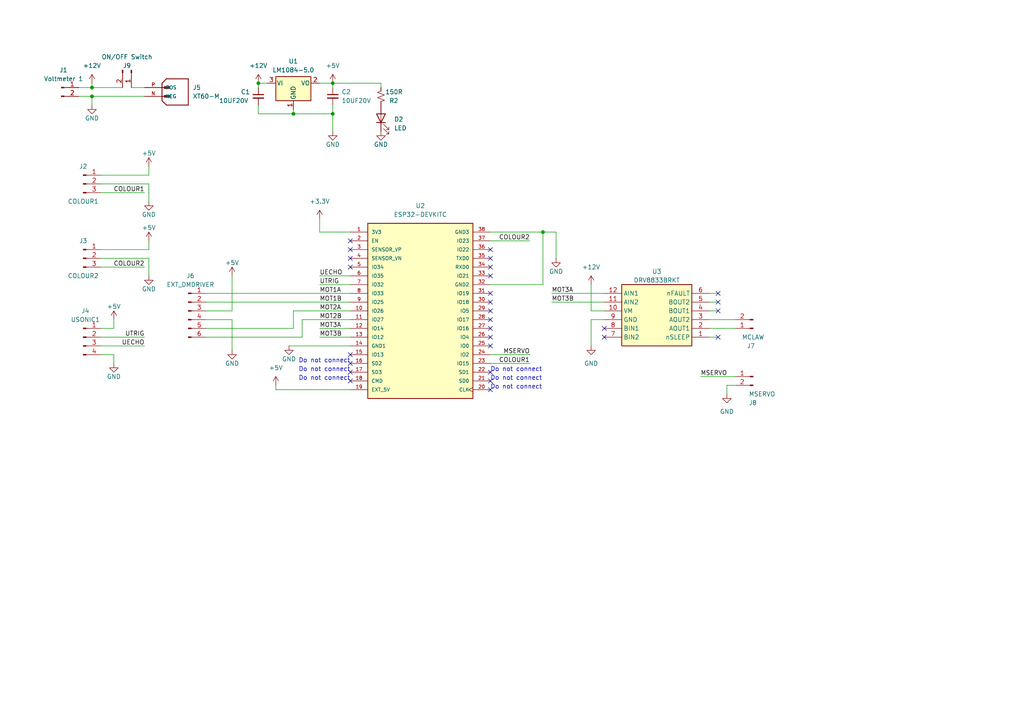
<source format=kicad_sch>
(kicad_sch (version 20211123) (generator eeschema)
  (paper "A4")
  (lib_symbols
    (symbol "Connector:Conn_01x02_Male" (pin_names (offset 1.016) hide)
      (property "Reference" "J" (at 0 2.54 0))
      (property "Value" "Conn_01x02_Male" (at 0 -5.08 0))
      (symbol "Conn_01x02_Male_1_1"
        (polyline (pts (xy 1.27 -2.54) (xy 0.8636 -2.54)) (stroke (width 0.1524)))
        (polyline (pts (xy 1.27 0) (xy 0.8636 0)) (stroke (width 0.1524)))
        (rectangle (start 0.8636 -2.413) (end 0 -2.667) (stroke (width 0.1524)) (fill (type outline)))
        (rectangle (start 0.8636 0.127) (end 0 -0.127) (stroke (width 0.1524)) (fill (type outline)))
        (pin passive line (at 5.08 0 180) (length 3.81) (name "Pin_1") (number "1"))
        (pin passive line (at 5.08 -2.54 180) (length 3.81) (name "Pin_2") (number "2"))
      )
    )
    (symbol "Connector:Conn_01x03_Male" (pin_names (offset 1.016) hide)
      (property "Reference" "J" (at 0 5.08 0))
      (property "Value" "Conn_01x03_Male" (at 0 -5.08 0))
      (symbol "Conn_01x03_Male_1_1"
        (polyline (pts (xy 1.27 -2.54) (xy 0.8636 -2.54)) (stroke (width 0.1524)))
        (polyline (pts (xy 1.27 0) (xy 0.8636 0)) (stroke (width 0.1524)))
        (polyline (pts (xy 1.27 2.54) (xy 0.8636 2.54)) (stroke (width 0.1524)))
        (rectangle (start 0.8636 -2.413) (end 0 -2.667) (stroke (width 0.1524)) (fill (type outline)))
        (rectangle (start 0.8636 0.127) (end 0 -0.127) (stroke (width 0.1524)) (fill (type outline)))
        (rectangle (start 0.8636 2.667) (end 0 2.413) (stroke (width 0.1524)) (fill (type outline)))
        (pin passive line (at 5.08 2.54 180) (length 3.81) (name "Pin_1") (number "1"))
        (pin passive line (at 5.08 0 180) (length 3.81) (name "Pin_2") (number "2"))
        (pin passive line (at 5.08 -2.54 180) (length 3.81) (name "Pin_3") (number "3"))
      )
    )
    (symbol "Connector:Conn_01x04_Male" (pin_names (offset 1.016) hide)
      (property "Reference" "J" (at 0 5.08 0))
      (property "Value" "Conn_01x04_Male" (at 0 -7.62 0))
      (symbol "Conn_01x04_Male_1_1"
        (polyline (pts (xy 1.27 -5.08) (xy 0.8636 -5.08)) (stroke (width 0.1524)))
        (polyline (pts (xy 1.27 -2.54) (xy 0.8636 -2.54)) (stroke (width 0.1524)))
        (polyline (pts (xy 1.27 0) (xy 0.8636 0)) (stroke (width 0.1524)))
        (polyline (pts (xy 1.27 2.54) (xy 0.8636 2.54)) (stroke (width 0.1524)))
        (rectangle (start 0.8636 -4.953) (end 0 -5.207) (stroke (width 0.1524)) (fill (type outline)))
        (rectangle (start 0.8636 -2.413) (end 0 -2.667) (stroke (width 0.1524)) (fill (type outline)))
        (rectangle (start 0.8636 0.127) (end 0 -0.127) (stroke (width 0.1524)) (fill (type outline)))
        (rectangle (start 0.8636 2.667) (end 0 2.413) (stroke (width 0.1524)) (fill (type outline)))
        (pin passive line (at 5.08 2.54 180) (length 3.81) (name "Pin_1") (number "1"))
        (pin passive line (at 5.08 0 180) (length 3.81) (name "Pin_2") (number "2"))
        (pin passive line (at 5.08 -2.54 180) (length 3.81) (name "Pin_3") (number "3"))
        (pin passive line (at 5.08 -5.08 180) (length 3.81) (name "Pin_4") (number "4"))
      )
    )
    (symbol "Connector:Conn_01x06_Male" (pin_names (offset 1.016) hide)
      (property "Reference" "J" (at 0 7.62 0))
      (property "Value" "Conn_01x06_Male" (at 0 -10.16 0))
      (symbol "Conn_01x06_Male_1_1"
        (polyline (pts (xy 1.27 -7.62) (xy 0.8636 -7.62)) (stroke (width 0.1524)))
        (polyline (pts (xy 1.27 -5.08) (xy 0.8636 -5.08)) (stroke (width 0.1524)))
        (polyline (pts (xy 1.27 -2.54) (xy 0.8636 -2.54)) (stroke (width 0.1524)))
        (polyline (pts (xy 1.27 0) (xy 0.8636 0)) (stroke (width 0.1524)))
        (polyline (pts (xy 1.27 2.54) (xy 0.8636 2.54)) (stroke (width 0.1524)))
        (polyline (pts (xy 1.27 5.08) (xy 0.8636 5.08)) (stroke (width 0.1524)))
        (rectangle (start 0.8636 -7.493) (end 0 -7.747) (stroke (width 0.1524)) (fill (type outline)))
        (rectangle (start 0.8636 -4.953) (end 0 -5.207) (stroke (width 0.1524)) (fill (type outline)))
        (rectangle (start 0.8636 -2.413) (end 0 -2.667) (stroke (width 0.1524)) (fill (type outline)))
        (rectangle (start 0.8636 0.127) (end 0 -0.127) (stroke (width 0.1524)) (fill (type outline)))
        (rectangle (start 0.8636 2.667) (end 0 2.413) (stroke (width 0.1524)) (fill (type outline)))
        (rectangle (start 0.8636 5.207) (end 0 4.953) (stroke (width 0.1524)) (fill (type outline)))
        (pin passive line (at 5.08 5.08 180) (length 3.81) (name "Pin_1") (number "1"))
        (pin passive line (at 5.08 2.54 180) (length 3.81) (name "Pin_2") (number "2"))
        (pin passive line (at 5.08 0 180) (length 3.81) (name "Pin_3") (number "3"))
        (pin passive line (at 5.08 -2.54 180) (length 3.81) (name "Pin_4") (number "4"))
        (pin passive line (at 5.08 -5.08 180) (length 3.81) (name "Pin_5") (number "5"))
        (pin passive line (at 5.08 -7.62 180) (length 3.81) (name "Pin_6") (number "6"))
      )
    )
    (symbol "DRV8833BRKT:DRV8833BRKT"
      (property "Reference" "U" (at 0 12.7 0))
      (property "Value" "DRV8833BRKT" (at 0 10.16 0))
      (symbol "DRV8833BRKT_0_1"
        (rectangle (start -10.16 8.89) (end 10.16 -8.89) (stroke (width 0.254)) (fill (type background)))
      )
      (symbol "DRV8833BRKT_1_1"
        (pin input line (at -15.24 6.35 0) (length 5.08) (name "nSLEEP") (number "1"))
        (pin power_in line (at 15.24 -1.27 180) (length 5.08) (name "VM") (number "10"))
        (pin input line (at 15.24 -3.81 180) (length 5.08) (name "AIN2") (number "11"))
        (pin input line (at 15.24 -6.35 180) (length 5.08) (name "AIN1") (number "12"))
        (pin power_out line (at -15.24 3.81 0) (length 5.08) (name "AOUT1") (number "2"))
        (pin power_out line (at -15.24 1.27 0) (length 5.08) (name "AOUT2") (number "3"))
        (pin power_out line (at -15.24 -1.27 0) (length 5.08) (name "BOUT1") (number "4"))
        (pin power_out line (at -15.24 -3.81 0) (length 5.08) (name "BOUT2") (number "5"))
        (pin open_collector line (at -15.24 -6.35 0) (length 5.08) (name "nFAULT") (number "6"))
        (pin input line (at 15.24 6.35 180) (length 5.08) (name "BIN2") (number "7"))
        (pin input line (at 15.24 3.81 180) (length 5.08) (name "BIN1") (number "8"))
        (pin power_in line (at 15.24 1.27 180) (length 5.08) (name "GND") (number "9"))
      )
    )
    (symbol "Device:C_Small" (pin_numbers hide) (pin_names (offset 0.254) hide)
      (property "Reference" "C" (at 0.254 1.778 0))
      (property "Value" "C_Small" (at 0.254 -2.032 0))
      (symbol "C_Small_0_1"
        (polyline (pts (xy -1.524 -0.508) (xy 1.524 -0.508)) (stroke (width 0.3302)))
        (polyline (pts (xy -1.524 0.508) (xy 1.524 0.508)) (stroke (width 0.3048)))
      )
      (symbol "C_Small_1_1"
        (pin passive line (at 0 2.54 270) (length 2.032) (name "~") (number "1"))
        (pin passive line (at 0 -2.54 90) (length 2.032) (name "~") (number "2"))
      )
    )
    (symbol "Device:LED" (pin_numbers hide) (pin_names (offset 1.016) hide)
      (property "Reference" "D" (at 0 2.54 0))
      (property "Value" "LED" (at 0 -2.54 0))
      (symbol "LED_0_1"
        (polyline (pts (xy -1.27 -1.27) (xy -1.27 1.27)) (stroke (width 0.254)))
        (polyline (pts (xy -1.27 0) (xy 1.27 0)))
        (polyline (pts (xy 1.27 -1.27) (xy 1.27 1.27) (xy -1.27 0) (xy 1.27 -1.27)) (stroke (width 0.254)))
        (polyline (pts (xy -3.048 -0.762) (xy -4.572 -2.286) (xy -3.81 -2.286) (xy -4.572 -2.286) (xy -4.572 -1.524)))
        (polyline (pts (xy -1.778 -0.762) (xy -3.302 -2.286) (xy -2.54 -2.286) (xy -3.302 -2.286) (xy -3.302 -1.524)))
      )
      (symbol "LED_1_1"
        (pin passive line (at -3.81 0 0) (length 2.54) (name "K") (number "1"))
        (pin passive line (at 3.81 0 180) (length 2.54) (name "A") (number "2"))
      )
    )
    (symbol "Device:R_Small_US" (pin_numbers hide) (pin_names (offset 0.254) hide)
      (property "Reference" "R" (at 0.762 0.508 0))
      (property "Value" "R_Small_US" (at 0.762 -1.016 0))
      (symbol "R_Small_US_1_1"
        (polyline (pts (xy 0 0) (xy 1.016 -0.381) (xy 0 -0.762) (xy -1.016 -1.143) (xy 0 -1.524)))
        (polyline (pts (xy 0 1.524) (xy 1.016 1.143) (xy 0 0.762) (xy -1.016 0.381) (xy 0 0)))
        (pin passive line (at 0 2.54 270) (length 1.016) (name "~") (number "1"))
        (pin passive line (at 0 -2.54 90) (length 1.016) (name "~") (number "2"))
      )
    )
    (symbol "ESP32-DEVKITC:ESP32-DEVKITC" (pin_names (offset 1.016))
      (property "Reference" "U" (at -15.2572 26.0643 0))
      (property "Value" "ESP32-DEVKITC" (at -15.2563 -27.9698 0))
      (symbol "ESP32-DEVKITC_0_0"
        (rectangle (start -15.24 -25.4) (end 15.24 25.4) (stroke (width 0.254)) (fill (type background)))
        (pin power_in line (at -20.32 22.86 0) (length 5.08) (name "3V3") (number "1"))
        (pin bidirectional line (at -20.32 0 0) (length 5.08) (name "IO26") (number "10"))
        (pin bidirectional line (at -20.32 -2.54 0) (length 5.08) (name "IO27") (number "11"))
        (pin bidirectional line (at -20.32 -5.08 0) (length 5.08) (name "IO14") (number "12"))
        (pin bidirectional line (at -20.32 -7.62 0) (length 5.08) (name "IO12") (number "13"))
        (pin power_in line (at -20.32 -10.16 0) (length 5.08) (name "GND1") (number "14"))
        (pin bidirectional line (at -20.32 -12.7 0) (length 5.08) (name "IO13") (number "15"))
        (pin bidirectional line (at -20.32 -15.24 0) (length 5.08) (name "SD2") (number "16"))
        (pin bidirectional line (at -20.32 -17.78 0) (length 5.08) (name "SD3") (number "17"))
        (pin bidirectional line (at -20.32 -20.32 0) (length 5.08) (name "CMD") (number "18"))
        (pin power_in line (at -20.32 -22.86 0) (length 5.08) (name "EXT_5V") (number "19"))
        (pin input line (at -20.32 20.32 0) (length 5.08) (name "EN") (number "2"))
        (pin input clock (at 20.32 -22.86 180) (length 5.08) (name "CLK") (number "20"))
        (pin bidirectional line (at 20.32 -20.32 180) (length 5.08) (name "SD0") (number "21"))
        (pin bidirectional line (at 20.32 -17.78 180) (length 5.08) (name "SD1") (number "22"))
        (pin bidirectional line (at 20.32 -15.24 180) (length 5.08) (name "IO15") (number "23"))
        (pin bidirectional line (at 20.32 -12.7 180) (length 5.08) (name "IO2") (number "24"))
        (pin bidirectional line (at 20.32 -10.16 180) (length 5.08) (name "IO0") (number "25"))
        (pin bidirectional line (at 20.32 -7.62 180) (length 5.08) (name "IO4") (number "26"))
        (pin bidirectional line (at 20.32 -5.08 180) (length 5.08) (name "IO16") (number "27"))
        (pin bidirectional line (at 20.32 -2.54 180) (length 5.08) (name "IO17") (number "28"))
        (pin bidirectional line (at 20.32 0 180) (length 5.08) (name "IO5") (number "29"))
        (pin input line (at -20.32 17.78 0) (length 5.08) (name "SENSOR_VP") (number "3"))
        (pin bidirectional line (at 20.32 2.54 180) (length 5.08) (name "IO18") (number "30"))
        (pin bidirectional line (at 20.32 5.08 180) (length 5.08) (name "IO19") (number "31"))
        (pin power_in line (at 20.32 7.62 180) (length 5.08) (name "GND2") (number "32"))
        (pin bidirectional line (at 20.32 10.16 180) (length 5.08) (name "IO21") (number "33"))
        (pin input line (at 20.32 12.7 180) (length 5.08) (name "RXD0") (number "34"))
        (pin output line (at 20.32 15.24 180) (length 5.08) (name "TXD0") (number "35"))
        (pin bidirectional line (at 20.32 17.78 180) (length 5.08) (name "IO22") (number "36"))
        (pin bidirectional line (at 20.32 20.32 180) (length 5.08) (name "IO23") (number "37"))
        (pin power_in line (at 20.32 22.86 180) (length 5.08) (name "GND3") (number "38"))
        (pin input line (at -20.32 15.24 0) (length 5.08) (name "SENSOR_VN") (number "4"))
        (pin bidirectional line (at -20.32 12.7 0) (length 5.08) (name "IO34") (number "5"))
        (pin bidirectional line (at -20.32 10.16 0) (length 5.08) (name "IO35") (number "6"))
        (pin bidirectional line (at -20.32 7.62 0) (length 5.08) (name "IO32") (number "7"))
        (pin bidirectional line (at -20.32 5.08 0) (length 5.08) (name "IO33") (number "8"))
        (pin bidirectional line (at -20.32 2.54 0) (length 5.08) (name "IO25") (number "9"))
      )
    )
    (symbol "Regulator_Linear:LM1084-5.0" (pin_names (offset 0.254))
      (property "Reference" "U" (at -3.81 3.175 0))
      (property "Value" "LM1084-5.0" (at 0 3.175 0))
      (symbol "LM1084-5.0_0_1"
        (rectangle (start -5.08 1.905) (end 5.08 -5.08) (stroke (width 0.254)) (fill (type background)))
      )
      (symbol "LM1084-5.0_1_1"
        (pin power_in line (at 0 -7.62 90) (length 2.54) (name "GND") (number "1"))
        (pin power_out line (at 7.62 0 180) (length 2.54) (name "VO") (number "2"))
        (pin power_in line (at -7.62 0 0) (length 2.54) (name "VI") (number "3"))
      )
    )
    (symbol "XT60-M:XT60-M" (pin_names (offset 1.016))
      (property "Reference" "J" (at 0 6.35 0))
      (property "Value" "XT60-M" (at 0 -5.08 0))
      (symbol "XT60-M_0_0"
        (polyline (pts (xy 0 -1.27) (xy 1.27 -2.54)) (stroke (width 0.254)))
        (polyline (pts (xy 0 0) (xy 1.905 0)) (stroke (width 0.254)))
        (polyline (pts (xy 0 2.54) (xy 0 -1.27)) (stroke (width 0.254)))
        (polyline (pts (xy 0 2.54) (xy 1.905 2.54)) (stroke (width 0.254)))
        (polyline (pts (xy 0 3.81) (xy 0 2.54)) (stroke (width 0.254)))
        (polyline (pts (xy 0 3.81) (xy 1.27 5.08)) (stroke (width 0.254)))
        (polyline (pts (xy 1.27 -2.54) (xy 7.62 -2.54)) (stroke (width 0.254)))
        (polyline (pts (xy 7.62 -2.54) (xy 7.62 5.08)) (stroke (width 0.254)))
        (polyline (pts (xy 7.62 5.08) (xy 1.27 5.08)) (stroke (width 0.254)))
        (rectangle (start 0.635 -0.3175) (end 2.2225 0.3175) (stroke (width 0.1)) (fill (type outline)))
        (rectangle (start 0.635 2.2225) (end 2.2225 2.8575) (stroke (width 0.1)) (fill (type outline)))
        (pin passive line (at -5.08 0 0) (length 5.08) (name "NEG") (number "N"))
        (pin passive line (at -5.08 2.54 0) (length 5.08) (name "POS") (number "P"))
      )
    )
    (symbol "power:+12V" (power) (pin_names (offset 0))
      (property "Value" "+12V" (at 0 3.556 0))
      (symbol "+12V_0_1"
        (polyline (pts (xy -0.762 1.27) (xy 0 2.54)))
        (polyline (pts (xy 0 0) (xy 0 2.54)))
        (polyline (pts (xy 0 2.54) (xy 0.762 1.27)))
      )
      (symbol "+12V_1_1"
        (pin power_in line (at 0 0 90) (length 0) hide (name "+12V") (number "1"))
      )
    )
    (symbol "power:+3.3V" (power) (pin_names (offset 0))
      (property "Value" "+3.3V" (at 0 3.556 0))
      (symbol "+3.3V_0_1"
        (polyline (pts (xy -0.762 1.27) (xy 0 2.54)))
        (polyline (pts (xy 0 0) (xy 0 2.54)))
        (polyline (pts (xy 0 2.54) (xy 0.762 1.27)))
      )
      (symbol "+3.3V_1_1"
        (pin power_in line (at 0 0 90) (length 0) hide (name "+3.3V") (number "1"))
      )
    )
    (symbol "power:+5V" (power) (pin_names (offset 0))
      (property "Value" "+5V" (at 0 3.556 0))
      (symbol "+5V_0_1"
        (polyline (pts (xy -0.762 1.27) (xy 0 2.54)))
        (polyline (pts (xy 0 0) (xy 0 2.54)))
        (polyline (pts (xy 0 2.54) (xy 0.762 1.27)))
      )
      (symbol "+5V_1_1"
        (pin power_in line (at 0 0 90) (length 0) hide (name "+5V") (number "1"))
      )
    )
    (symbol "power:GND" (power) (pin_names (offset 0))
      (property "Value" "GND" (at 0 -3.81 0))
      (symbol "GND_0_1"
        (polyline (pts (xy 0 0) (xy 0 -1.27) (xy 1.27 -1.27) (xy 0 -2.54) (xy -1.27 -1.27) (xy 0 -1.27)))
      )
      (symbol "GND_1_1"
        (pin power_in line (at 0 0 270) (length 0) hide (name "GND") (number "1"))
      )
    )
  )
  (junction (at 157.48 67.31))
  (junction (at 85.09 33.02))
  (junction (at 26.67 25.4))
  (junction (at 74.93 24.13))
  (junction (at 96.52 33.02))
  (junction (at 96.52 24.13))
  (junction (at 26.67 27.94))
  (no_connect (at 142.24 85.09))
  (no_connect (at 101.6 69.85))
  (no_connect (at 142.24 92.71))
  (no_connect (at 142.24 100.33))
  (no_connect (at 101.6 74.93))
  (no_connect (at 142.24 72.39))
  (no_connect (at 208.28 87.63))
  (no_connect (at 142.24 110.49))
  (no_connect (at 101.6 72.39))
  (no_connect (at 101.6 105.41))
  (no_connect (at 142.24 87.63))
  (no_connect (at 142.24 107.95))
  (no_connect (at 208.28 97.79))
  (no_connect (at 142.24 95.25))
  (no_connect (at 142.24 97.79))
  (no_connect (at 208.28 85.09))
  (no_connect (at 101.6 77.47))
  (no_connect (at 208.28 90.17))
  (no_connect (at 175.26 95.25))
  (no_connect (at 101.6 107.95))
  (no_connect (at 101.6 102.87))
  (no_connect (at 142.24 113.03))
  (no_connect (at 142.24 77.47))
  (no_connect (at 175.26 97.79))
  (no_connect (at 101.6 110.49))
  (no_connect (at 142.24 74.93))
  (no_connect (at 142.24 80.01))
  (no_connect (at 142.24 90.17))
  (wire (pts (xy 85.09 90.17) (xy 85.09 95.25)))
  (wire (pts (xy 43.18 48.26) (xy 43.18 50.8)))
  (wire (pts (xy 208.28 87.63) (xy 205.74 87.63)))
  (wire (pts (xy 208.28 90.17) (xy 205.74 90.17)))
  (wire (pts (xy 26.67 25.4) (xy 26.67 24.13)))
  (wire (pts (xy 92.71 82.55) (xy 101.6 82.55)))
  (wire (pts (xy 33.02 92.71) (xy 33.02 95.25)))
  (wire (pts (xy 92.71 95.25) (xy 101.6 95.25)))
  (wire (pts (xy 157.48 67.31) (xy 161.29 67.31)))
  (wire (pts (xy 96.52 24.13) (xy 110.49 24.13)))
  (wire (pts (xy 87.63 92.71) (xy 101.6 92.71)))
  (wire (pts (xy 203.2 109.22) (xy 213.36 109.22)))
  (wire (pts (xy 160.02 87.63) (xy 175.26 87.63)))
  (wire (pts (xy 171.45 92.71) (xy 171.45 100.33)))
  (wire (pts (xy 29.21 97.79) (xy 41.91 97.79)))
  (wire (pts (xy 67.31 80.01) (xy 67.31 90.17)))
  (wire (pts (xy 80.01 113.03) (xy 101.6 113.03)))
  (wire (pts (xy 83.82 100.33) (xy 101.6 100.33)))
  (wire (pts (xy 85.09 33.02) (xy 85.09 31.75)))
  (wire (pts (xy 26.67 27.94) (xy 41.91 27.94)))
  (wire (pts (xy 213.36 95.25) (xy 205.74 95.25)))
  (wire (pts (xy 96.52 25.4) (xy 96.52 24.13)))
  (wire (pts (xy 85.09 90.17) (xy 101.6 90.17)))
  (wire (pts (xy 29.21 50.8) (xy 43.18 50.8)))
  (wire (pts (xy 41.91 77.47) (xy 29.21 77.47)))
  (wire (pts (xy 157.48 82.55) (xy 157.48 67.31)))
  (wire (pts (xy 38.1 25.4) (xy 41.91 25.4)))
  (wire (pts (xy 92.71 63.5) (xy 92.71 67.31)))
  (wire (pts (xy 213.36 92.71) (xy 205.74 92.71)))
  (wire (pts (xy 92.71 80.01) (xy 101.6 80.01)))
  (wire (pts (xy 142.24 105.41) (xy 153.67 105.41)))
  (wire (pts (xy 96.52 30.48) (xy 96.52 33.02)))
  (wire (pts (xy 213.36 111.76) (xy 210.82 111.76)))
  (wire (pts (xy 67.31 101.6) (xy 67.31 92.71)))
  (wire (pts (xy 85.09 33.02) (xy 96.52 33.02)))
  (wire (pts (xy 208.28 85.09) (xy 205.74 85.09)))
  (wire (pts (xy 142.24 82.55) (xy 157.48 82.55)))
  (wire (pts (xy 33.02 102.87) (xy 33.02 105.41)))
  (wire (pts (xy 87.63 92.71) (xy 87.63 97.79)))
  (wire (pts (xy 96.52 33.02) (xy 96.52 38.1)))
  (wire (pts (xy 26.67 27.94) (xy 26.67 30.48)))
  (wire (pts (xy 74.93 25.4) (xy 74.93 24.13)))
  (wire (pts (xy 171.45 82.55) (xy 171.45 90.17)))
  (wire (pts (xy 80.01 111.76) (xy 80.01 113.03)))
  (wire (pts (xy 85.09 95.25) (xy 59.69 95.25)))
  (wire (pts (xy 26.67 25.4) (xy 35.56 25.4)))
  (wire (pts (xy 142.24 69.85) (xy 153.67 69.85)))
  (wire (pts (xy 29.21 53.34) (xy 43.18 53.34)))
  (wire (pts (xy 110.49 25.4) (xy 110.49 24.13)))
  (wire (pts (xy 74.93 33.02) (xy 85.09 33.02)))
  (wire (pts (xy 142.24 102.87) (xy 153.67 102.87)))
  (wire (pts (xy 160.02 85.09) (xy 175.26 85.09)))
  (wire (pts (xy 41.91 55.88) (xy 29.21 55.88)))
  (wire (pts (xy 74.93 30.48) (xy 74.93 33.02)))
  (wire (pts (xy 29.21 72.39) (xy 43.18 72.39)))
  (wire (pts (xy 142.24 67.31) (xy 157.48 67.31)))
  (wire (pts (xy 29.21 100.33) (xy 41.91 100.33)))
  (wire (pts (xy 43.18 69.85) (xy 43.18 72.39)))
  (wire (pts (xy 43.18 74.93) (xy 43.18 80.01)))
  (wire (pts (xy 92.71 24.13) (xy 96.52 24.13)))
  (wire (pts (xy 67.31 92.71) (xy 59.69 92.71)))
  (wire (pts (xy 208.28 97.79) (xy 205.74 97.79)))
  (wire (pts (xy 175.26 90.17) (xy 171.45 90.17)))
  (wire (pts (xy 67.31 90.17) (xy 59.69 90.17)))
  (wire (pts (xy 59.69 87.63) (xy 101.6 87.63)))
  (wire (pts (xy 22.86 27.94) (xy 26.67 27.94)))
  (wire (pts (xy 22.86 25.4) (xy 26.67 25.4)))
  (wire (pts (xy 29.21 95.25) (xy 33.02 95.25)))
  (wire (pts (xy 29.21 102.87) (xy 33.02 102.87)))
  (wire (pts (xy 210.82 111.76) (xy 210.82 114.3)))
  (wire (pts (xy 161.29 67.31) (xy 161.29 74.93)))
  (wire (pts (xy 101.6 67.31) (xy 92.71 67.31)))
  (wire (pts (xy 59.69 97.79) (xy 87.63 97.79)))
  (wire (pts (xy 29.21 74.93) (xy 43.18 74.93)))
  (wire (pts (xy 43.18 53.34) (xy 43.18 58.42)))
  (wire (pts (xy 175.26 92.71) (xy 171.45 92.71)))
  (wire (pts (xy 92.71 97.79) (xy 101.6 97.79)))
  (wire (pts (xy 77.47 24.13) (xy 74.93 24.13)))
  (wire (pts (xy 59.69 85.09) (xy 101.6 85.09)))
  (text "Do not connect" (at 101.6 105.41 180) (effects (font (size 1.27 1.27)) (justify right bottom)))
  (text "Do not connect" (at 101.6 110.49 180) (effects (font (size 1.27 1.27)) (justify right bottom)))
  (text "Do not connect" (at 142.24 113.03 0) (effects (font (size 1.27 1.27)) (justify left bottom)))
  (text "Do not connect" (at 101.6 107.95 180) (effects (font (size 1.27 1.27)) (justify right bottom)))
  (text "Do not connect" (at 142.24 107.95 0) (effects (font (size 1.27 1.27)) (justify left bottom)))
  (text "Do not connect" (at 142.24 110.49 0) (effects (font (size 1.27 1.27)) (justify left bottom)))
  (label "MOT2B" (at 92.71 92.71 0))
  (label "UECHO" (at 41.91 100.33 180))
  (label "UTRIG" (at 41.91 97.79 180))
  (label "MSERVO" (at 203.2 109.22 0))
  (label "MOT3A" (at 160.02 85.09 0))
  (label "COLOUR2" (at 41.91 77.47 180))
  (label "MOT3A" (at 92.71 95.25 0))
  (label "UTRIG" (at 92.71 82.55 0))
  (label "MSERVO" (at 153.67 102.87 180))
  (label "MOT3B" (at 92.71 97.79 0))
  (label "COLOUR1" (at 41.91 55.88 180))
  (label "MOT3B" (at 160.02 87.63 0))
  (label "COLOUR2" (at 153.67 69.85 180))
  (label "MOT2A" (at 92.71 90.17 0))
  (label "MOT1B" (at 92.71 87.63 0))
  (label "COLOUR1" (at 153.67 105.41 180))
  (label "UECHO" (at 92.71 80.01 0))
  (label "MOT1A" (at 92.71 85.09 0))
  (symbol (lib_id "Regulator_Linear:LM1084-5.0") (at 85.09 24.13 0) (unit 1)
    (property "Reference" "U1" (at 85.09 17.78 0))
    (property "Value" "LM1084-5.0" (at 85.09 20.32 0))
    (property "Footprint" "Package_TO_SOT_SMD:TO-263-3_TabPin2" (effects hide))
    (property "Datasheet" "http://www.ti.com/lit/ds/symlink/lm1084.pdf" (effects hide))
  )
  (symbol (lib_id "Connector:Conn_01x02_Male") (at 17.78 25.4 0) (unit 1)
    (property "Reference" "J1" (at 18.415 20.32 0))
    (property "Value" "Voltmeter 1" (at 18.415 22.86 0))
    (property "Footprint" "Connector_PinHeader_2.54mm:PinHeader_1x02_P2.54mm_Vertical" (effects hide))
  )
  (symbol (lib_id "power:+12V") (at 74.93 24.13 0) (unit 1)
    (property "Reference" "#PWR0104" (effects hide))
    (property "Value" "+12V" (at 74.93 19.05 0))
  )
  (symbol (lib_id "power:GND") (at 161.29 74.93 0) (unit 1)
    (property "Reference" "#PWR0111" (effects hide))
    (property "Value" "GND" (at 161.29 78.74 0))
  )
  (symbol (lib_id "power:GND") (at 43.18 80.01 0) (unit 1)
    (property "Reference" "#PWR0116" (effects hide))
    (property "Value" "GND" (at 43.18 83.82 0))
  )
  (symbol (lib_id "Connector:Conn_01x02_Male") (at 218.44 95.25 180) (unit 1)
    (property "Reference" "J7" (at 217.805 100.33 0))
    (property "Value" "MCLAW" (at 218.44 97.79 0))
    (property "Footprint" "Connector_PinHeader_2.54mm:PinHeader_1x02_P2.54mm_Vertical" (effects hide))
  )
  (symbol (lib_id "power:+5V") (at 67.31 80.01 0) (unit 1)
    (property "Reference" "#PWR0117" (effects hide))
    (property "Value" "+5V" (at 67.31 76.2 0))
  )
  (symbol (lib_id "power:GND") (at 171.45 100.33 0) (mirror y) (unit 1)
    (property "Reference" "#PWR0109" (effects hide))
    (property "Value" "GND" (at 171.45 105.41 0))
  )
  (symbol (lib_id "power:+12V") (at 171.45 82.55 0) (unit 1)
    (property "Reference" "#PWR0110" (effects hide))
    (property "Value" "+12V" (at 171.45 77.47 0))
  )
  (symbol (lib_id "Connector:Conn_01x06_Male") (at 54.61 90.17 0) (unit 1)
    (property "Reference" "J6" (at 55.245 80.01 0))
    (property "Value" "EXT_DMDRIVER" (at 55.245 82.55 0))
    (property "Footprint" "Connector_PinHeader_2.54mm:PinHeader_1x06_P2.54mm_Vertical" (effects hide))
  )
  (symbol (lib_id "power:+5V") (at 96.52 24.13 0) (unit 1)
    (property "Reference" "#PWR0103" (effects hide))
    (property "Value" "+5V" (at 96.52 19.05 0))
  )
  (symbol (lib_id "Device:R_Small_US") (at 110.49 27.94 0) (mirror x) (unit 1)
    (property "Reference" "R2" (at 115.57 29.21 0) (effects (justify right)))
    (property "Value" "150R" (at 116.84 26.67 0) (effects (justify right)))
    (property "Footprint" "Resistor_SMD:R_0805_2012Metric" (effects hide))
  )
  (symbol (lib_id "power:+5V") (at 33.02 92.71 0) (unit 1)
    (property "Reference" "#PWR0118" (effects hide))
    (property "Value" "+5V" (at 33.02 88.9 0))
  )
  (symbol (lib_id "Connector:Conn_01x04_Male") (at 24.13 97.79 0) (unit 1)
    (property "Reference" "J4" (at 24.765 90.17 0))
    (property "Value" "USONIC1" (at 24.765 92.71 0))
    (property "Footprint" "Connector_PinHeader_2.54mm:PinHeader_1x04_P2.54mm_Vertical" (effects hide))
  )
  (symbol (lib_id "Connector:Conn_01x03_Male") (at 24.13 74.93 0) (unit 1)
    (property "Reference" "J3" (at 24.13 69.85 0))
    (property "Value" "COLOUR2" (at 24.13 80.01 0))
    (property "Footprint" "Connector_PinSocket_2.54mm:PinSocket_1x03_P2.54mm_Vertical" (effects hide))
  )
  (symbol (lib_id "power:+5V") (at 43.18 48.26 0) (unit 1)
    (property "Reference" "#PWR0107" (effects hide))
    (property "Value" "+5V" (at 43.18 44.45 0))
  )
  (symbol (lib_id "power:GND") (at 83.82 100.33 0) (unit 1)
    (property "Reference" "#PWR0113" (effects hide))
    (property "Value" "GND" (at 83.82 104.14 0))
  )
  (symbol (lib_id "power:GND") (at 43.18 58.42 0) (unit 1)
    (property "Reference" "#PWR0106" (effects hide))
    (property "Value" "GND" (at 43.18 62.23 0))
  )
  (symbol (lib_id "power:+5V") (at 43.18 69.85 0) (unit 1)
    (property "Reference" "#PWR0121" (effects hide))
    (property "Value" "+5V" (at 43.18 66.04 0))
  )
  (symbol (lib_id "power:GND") (at 110.49 38.1 0) (unit 1)
    (property "Reference" "#PWR0101" (effects hide))
    (property "Value" "GND" (at 110.49 41.91 0))
  )
  (symbol (lib_id "Connector:Conn_01x03_Male") (at 24.13 53.34 0) (unit 1)
    (property "Reference" "J2" (at 24.13 48.26 0))
    (property "Value" "COLOUR1" (at 24.13 58.42 0))
    (property "Footprint" "Connector_PinSocket_2.54mm:PinSocket_1x03_P2.54mm_Vertical" (effects hide))
  )
  (symbol (lib_id "power:+5V") (at 80.01 111.76 0) (unit 1)
    (property "Reference" "#PWR0120" (effects hide))
    (property "Value" "+5V" (at 80.01 106.68 0))
  )
  (symbol (lib_id "power:GND") (at 210.82 114.3 0) (mirror y) (unit 1)
    (property "Reference" "#PWR0112" (effects hide))
    (property "Value" "GND" (at 210.82 119.38 0))
  )
  (symbol (lib_id "power:GND") (at 26.67 30.48 0) (unit 1)
    (property "Reference" "#PWR0108" (effects hide))
    (property "Value" "GND" (at 26.67 34.29 0))
  )
  (symbol (lib_id "power:+12V") (at 26.67 24.13 0) (unit 1)
    (property "Reference" "#PWR0105" (effects hide))
    (property "Value" "+12V" (at 26.67 19.05 0))
  )
  (symbol (lib_id "Device:C_Small") (at 74.93 27.94 0) (mirror y) (unit 1)
    (property "Reference" "C1" (at 69.85 26.67 0) (effects (justify right)))
    (property "Value" "10UF20V" (at 63.5 29.21 0) (effects (justify right)))
    (property "Footprint" "Capacitor_SMD:C_0805_2012Metric" (effects hide))
  )
  (symbol (lib_id "Device:C_Small") (at 96.52 27.94 0) (mirror y) (unit 1)
    (property "Reference" "C2" (at 99.06 26.67 0) (effects (justify right)))
    (property "Value" "10UF20V" (at 99.06 29.21 0) (effects (justify right)))
    (property "Footprint" "Capacitor_SMD:C_0805_2012Metric" (effects hide))
  )
  (symbol (lib_id "Connector:Conn_01x02_Male") (at 38.1 20.32 270) (unit 1)
    (property "Reference" "J9" (at 36.83 19.05 90))
    (property "Value" "ON/OFF Switch" (at 36.83 16.51 90))
    (property "Footprint" "Connector_PinHeader_2.54mm:PinHeader_1x02_P2.54mm_Vertical" (effects hide))
  )
  (symbol (lib_id "Connector:Conn_01x02_Male") (at 218.44 109.22 0) (mirror y) (unit 1)
    (property "Reference" "J8" (at 217.17 116.84 0) (effects (justify right)))
    (property "Value" "MSERVO" (at 217.17 114.3 0) (effects (justify right)))
    (property "Footprint" "Connector_PinHeader_2.54mm:PinHeader_1x02_P2.54mm_Vertical" (effects hide))
  )
  (symbol (lib_id "DRV8833BRKT:DRV8833BRKT") (at 190.5 91.44 180) (unit 1)
    (property "Reference" "U3" (at 190.5 78.74 0))
    (property "Value" "DRV8833BRKT" (at 190.5 81.28 0))
    (property "Footprint" "DRV8833BRKT:DRV8833BRKT" (effects hide))
  )
  (symbol (lib_id "power:+3.3V") (at 92.71 63.5 0) (unit 1)
    (property "Reference" "#PWR0115" (effects hide))
    (property "Value" "+3.3V" (at 92.71 58.42 0))
  )
  (symbol (lib_id "XT60-M:XT60-M") (at 46.99 27.94 0) (unit 1)
    (property "Reference" "J5" (at 55.88 25.3999 0) (effects (justify left)))
    (property "Value" "XT60-M" (at 55.88 27.9399 0) (effects (justify left)))
    (property "Footprint" "AMASS_XT60-M" (effects hide))
    (property "PARTREV" "V1.2" (effects hide))
    (property "MANUFACTURER" "AMASS" (effects hide))
    (property "MAXIMUM_PACKAGE_HEIGHT" "16.00 mm" (effects hide))
    (property "STANDARD" "IPC 7351B" (effects hide))
  )
  (symbol (lib_id "Device:LED") (at 110.49 34.29 90) (unit 1)
    (property "Reference" "D2" (at 114.3 34.6074 90) (effects (justify right)))
    (property "Value" "LED" (at 114.3 37.1474 90) (effects (justify right)))
    (property "Footprint" "LED_SMD:LED_0603_1608Metric" (effects hide))
  )
  (symbol (lib_id "power:GND") (at 96.52 38.1 0) (unit 1)
    (property "Reference" "#PWR0102" (effects hide))
    (property "Value" "GND" (at 96.52 41.91 0))
  )
  (symbol (lib_id "power:GND") (at 33.02 105.41 0) (unit 1)
    (property "Reference" "#PWR0119" (effects hide))
    (property "Value" "GND" (at 33.02 109.22 0))
  )
  (symbol (lib_id "ESP32-DEVKITC:ESP32-DEVKITC") (at 121.92 90.17 0) (unit 1)
    (property "Reference" "U2" (at 121.92 59.69 0))
    (property "Value" "ESP32-DEVKITC" (at 121.92 62.23 0))
    (property "Footprint" "ESP32-DEVKITC:MODULE_ESP32-DEVKITC" (effects hide))
    (property "STANDARD" "Manufacturer Recommendations" (effects hide))
    (property "PARTREV" "N/A" (effects hide))
    (property "MANUFACTURER" "ESPRESSIF" (effects hide))
  )
  (symbol (lib_id "power:GND") (at 67.31 101.6 0) (unit 1)
    (property "Reference" "#PWR0114" (effects hide))
    (property "Value" "GND" (at 67.31 105.41 0))
  )
)
</source>
